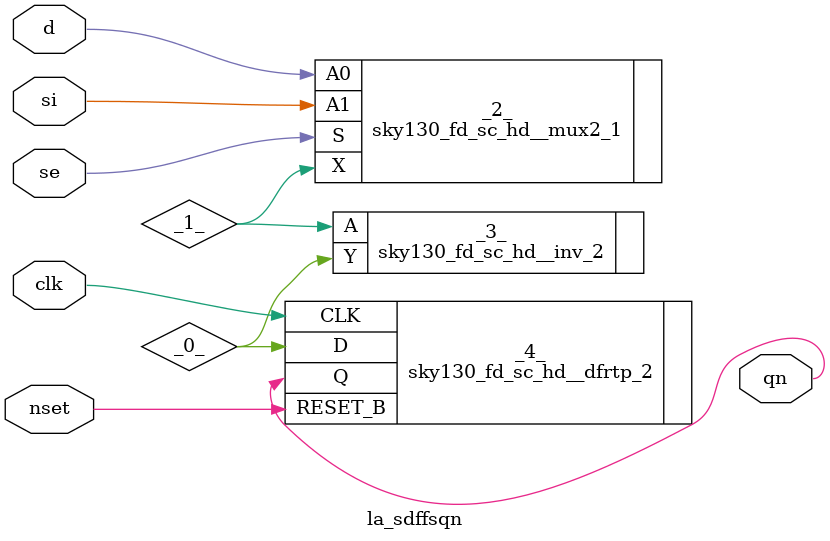
<source format=v>

module la_sdffsqn(d, si, se, clk, nset, qn);
  wire _0_;
  wire _1_;
  input clk;
  input d;
  input nset;
  output qn;
  input se;
  input si;
  sky130_fd_sc_hd__mux2_1 _2_ (
    .A0(d),
    .A1(si),
    .S(se),
    .X(_1_)
  );
  sky130_fd_sc_hd__inv_2 _3_ (
    .A(_1_),
    .Y(_0_)
  );
  sky130_fd_sc_hd__dfrtp_2 _4_ (
    .CLK(clk),
    .D(_0_),
    .Q(qn),
    .RESET_B(nset)
  );
endmodule

</source>
